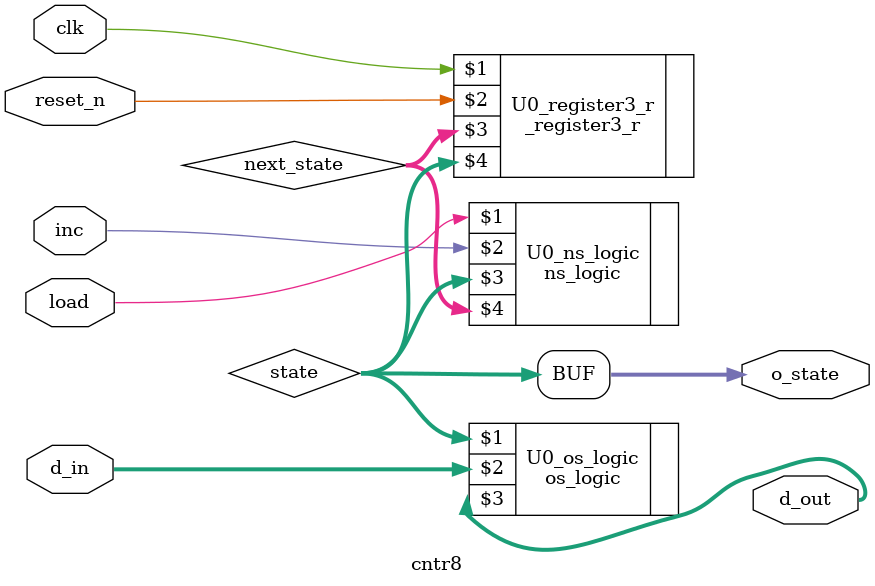
<source format=v>
module cntr8(clk, reset_n, inc, load, d_in, d_out, o_state);
  // 8-bit counter module with control inputs and state output
  input clk, reset_n, inc, load;   // Clock, active-low reset, increment, and load inputs
  input [7:0] d_in;                // 8-bit data input
  output [7:0] d_out;              // 8-bit data output
  
  output [2:0] o_state;            // Output representing the current state
  wire [2:0] next_state;           // Internal wire for next state calculation
  wire [2:0] state;                // Internal wire representing the current state

  assign o_state = state;          // Output the current state

  // Instantiate register, next state logic, and output logic modules
  _register3_r U0_register3_r(clk, reset_n, next_state, state);
  ns_logic U0_ns_logic(load, inc, state, next_state);
  os_logic U0_os_logic(state, d_in, d_out);
endmodule

</source>
